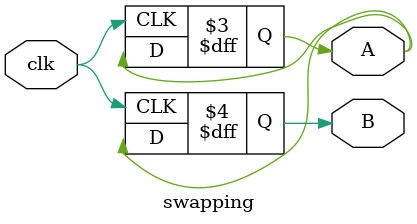
<source format=v>
module swapping(A,B,clk);
	output A,B;
	input clk;
	reg A, B, temp;
	
	initial
		begin
			A=1;
			B=0;
			end
			always @(posedge clk)
			begin
				 temp=A;
			    B=A;
				 A=temp;
			end

endmodule

</source>
